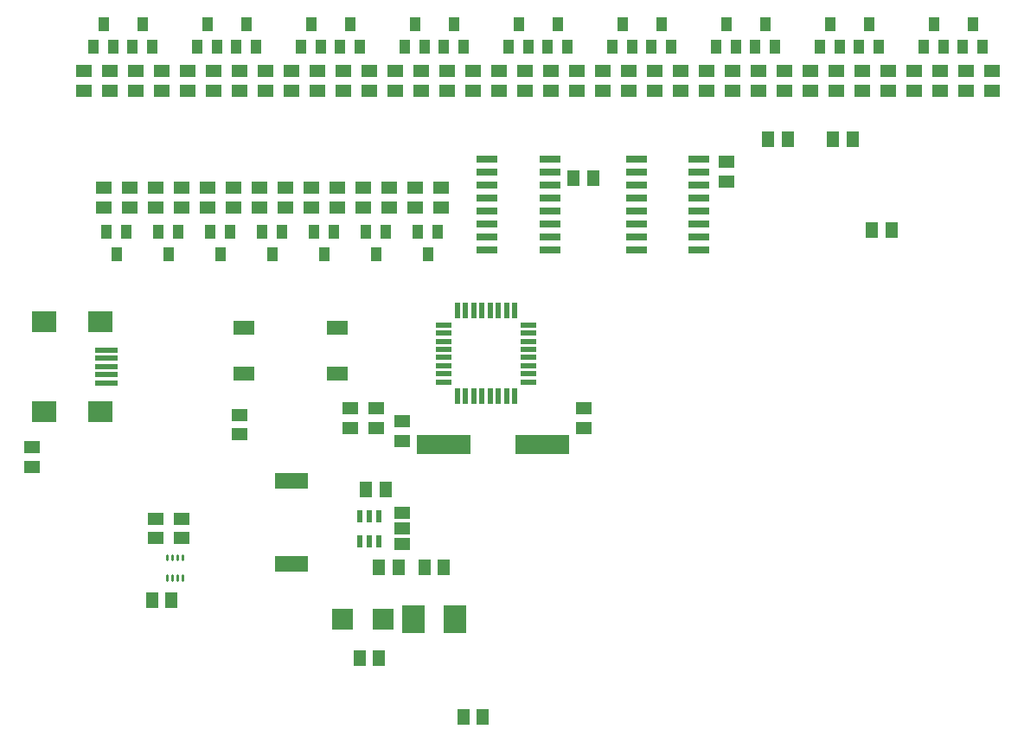
<source format=gtp>
G04 EAGLE Gerber RS-274X export*
G75*
%MOMM*%
%FSLAX34Y34*%
%LPD*%
%INSolderpaste Top*%
%IPPOS*%
%AMOC8*
5,1,8,0,0,1.08239X$1,22.5*%
G01*
%ADD10R,1.300000X1.500000*%
%ADD11R,1.500000X1.300000*%
%ADD12R,2.400000X2.000000*%
%ADD13R,2.308000X0.500000*%
%ADD14R,2.032000X0.660400*%
%ADD15R,5.334000X1.930400*%
%ADD16R,0.547100X1.599800*%
%ADD17R,1.599800X0.547100*%
%ADD18R,0.609200X1.259300*%
%ADD19R,1.000000X1.400000*%
%ADD20R,2.108200X1.397000*%
%ADD21R,2.000000X2.000000*%
%ADD22R,1.600200X1.168400*%
%ADD23R,2.286000X2.794000*%
%ADD24C,0.270000*%
%ADD25R,3.200000X1.600000*%


D10*
X542950Y571500D03*
X561950Y571500D03*
D11*
X692150Y587350D03*
X692150Y568350D03*
D12*
X79450Y431350D03*
D13*
X85090Y403350D03*
X85090Y395350D03*
X85090Y387350D03*
X85090Y379350D03*
X85090Y371350D03*
D12*
X24450Y431350D03*
X79450Y343350D03*
X24450Y343350D03*
D14*
X458216Y590550D03*
X519684Y590550D03*
X458216Y577850D03*
X458216Y565150D03*
X519684Y577850D03*
X519684Y565150D03*
X458216Y552450D03*
X519684Y552450D03*
X458216Y539750D03*
X519684Y539750D03*
X458216Y527050D03*
X458216Y514350D03*
X519684Y527050D03*
X519684Y514350D03*
X458216Y501650D03*
X519684Y501650D03*
X604266Y590550D03*
X665734Y590550D03*
X604266Y577850D03*
X604266Y565150D03*
X665734Y577850D03*
X665734Y565150D03*
X604266Y552450D03*
X665734Y552450D03*
X604266Y539750D03*
X665734Y539750D03*
X604266Y527050D03*
X604266Y514350D03*
X665734Y527050D03*
X665734Y514350D03*
X604266Y501650D03*
X665734Y501650D03*
D15*
X415290Y311150D03*
X511810Y311150D03*
D11*
X374650Y333350D03*
X374650Y314350D03*
X552450Y346050D03*
X552450Y327050D03*
D16*
X429200Y358237D03*
X437200Y358237D03*
X445200Y358237D03*
X453200Y358237D03*
X461200Y358237D03*
X469200Y358237D03*
X477200Y358237D03*
X485200Y358237D03*
D17*
X499013Y372050D03*
X499013Y380050D03*
X499013Y388050D03*
X499013Y396050D03*
X499013Y404050D03*
X499013Y412050D03*
X499013Y420050D03*
X499013Y428050D03*
D16*
X485200Y441863D03*
X477200Y441863D03*
X469200Y441863D03*
X461200Y441863D03*
X453200Y441863D03*
X445200Y441863D03*
X437200Y441863D03*
X429200Y441863D03*
D17*
X415387Y428050D03*
X415387Y420050D03*
X415387Y412050D03*
X415387Y404050D03*
X415387Y396050D03*
X415387Y388050D03*
X415387Y380050D03*
X415387Y372050D03*
D11*
X349250Y327050D03*
X349250Y346050D03*
X215900Y320700D03*
X215900Y339700D03*
X323850Y327050D03*
X323850Y346050D03*
D10*
X371450Y190500D03*
X352450Y190500D03*
X415900Y190500D03*
X396900Y190500D03*
X352400Y101600D03*
X333400Y101600D03*
X339750Y266700D03*
X358750Y266700D03*
D18*
X333400Y216320D03*
X342900Y216320D03*
X352400Y216320D03*
X352400Y240880D03*
X342900Y240880D03*
X333400Y240880D03*
D19*
X196850Y497000D03*
X187350Y519000D03*
X206350Y519000D03*
D11*
X209550Y561950D03*
X209550Y542950D03*
X184150Y561950D03*
X184150Y542950D03*
D19*
X146050Y497000D03*
X136550Y519000D03*
X155550Y519000D03*
D11*
X158750Y561950D03*
X158750Y542950D03*
X133350Y561950D03*
X133350Y542950D03*
D19*
X95250Y497000D03*
X85750Y519000D03*
X104750Y519000D03*
D11*
X107950Y561950D03*
X107950Y542950D03*
X82550Y561950D03*
X82550Y542950D03*
D19*
X400050Y497000D03*
X390550Y519000D03*
X409550Y519000D03*
D11*
X412750Y561950D03*
X412750Y542950D03*
X387350Y561950D03*
X387350Y542950D03*
D19*
X349250Y497000D03*
X339750Y519000D03*
X358750Y519000D03*
D11*
X361950Y561950D03*
X361950Y542950D03*
X336550Y561950D03*
X336550Y542950D03*
D19*
X247650Y497000D03*
X238150Y519000D03*
X257150Y519000D03*
D11*
X260350Y561950D03*
X260350Y542950D03*
X234950Y561950D03*
X234950Y542950D03*
D19*
X298450Y497000D03*
X288950Y519000D03*
X307950Y519000D03*
D11*
X311150Y561950D03*
X311150Y542950D03*
X285750Y561950D03*
X285750Y542950D03*
D19*
X82550Y722200D03*
X92050Y700200D03*
X73050Y700200D03*
D11*
X88900Y657250D03*
X88900Y676250D03*
X63500Y657250D03*
X63500Y676250D03*
D19*
X111150Y700200D03*
X130150Y700200D03*
X120650Y722200D03*
D11*
X139700Y657250D03*
X139700Y676250D03*
X114300Y657250D03*
X114300Y676250D03*
D19*
X184150Y722200D03*
X193650Y700200D03*
X174650Y700200D03*
D11*
X190500Y657250D03*
X190500Y676250D03*
X165100Y657250D03*
X165100Y676250D03*
D19*
X212750Y700200D03*
X231750Y700200D03*
X222250Y722200D03*
D11*
X241300Y657250D03*
X241300Y676250D03*
X215900Y657250D03*
X215900Y676250D03*
D19*
X285750Y722200D03*
X295250Y700200D03*
X276250Y700200D03*
D11*
X292100Y657250D03*
X292100Y676250D03*
X266700Y657250D03*
X266700Y676250D03*
D19*
X314350Y700200D03*
X333350Y700200D03*
X323850Y722200D03*
D11*
X342900Y657250D03*
X342900Y676250D03*
X317500Y657250D03*
X317500Y676250D03*
D19*
X387350Y722200D03*
X396850Y700200D03*
X377850Y700200D03*
D11*
X393700Y657250D03*
X393700Y676250D03*
X368300Y657250D03*
X368300Y676250D03*
D19*
X415950Y700200D03*
X434950Y700200D03*
X425450Y722200D03*
D11*
X444500Y657250D03*
X444500Y676250D03*
X419100Y657250D03*
X419100Y676250D03*
D19*
X488950Y722200D03*
X498450Y700200D03*
X479450Y700200D03*
D11*
X495300Y657250D03*
X495300Y676250D03*
X469900Y657250D03*
X469900Y676250D03*
D19*
X517550Y700200D03*
X536550Y700200D03*
X527050Y722200D03*
D11*
X546100Y657250D03*
X546100Y676250D03*
X520700Y657250D03*
X520700Y676250D03*
D19*
X590550Y722200D03*
X600050Y700200D03*
X581050Y700200D03*
D11*
X596900Y657250D03*
X596900Y676250D03*
X571500Y657250D03*
X571500Y676250D03*
D19*
X619150Y700200D03*
X638150Y700200D03*
X628650Y722200D03*
D11*
X647700Y657250D03*
X647700Y676250D03*
X622300Y657250D03*
X622300Y676250D03*
D19*
X692150Y722200D03*
X701650Y700200D03*
X682650Y700200D03*
D11*
X698500Y657250D03*
X698500Y676250D03*
X673100Y657250D03*
X673100Y676250D03*
D19*
X720750Y700200D03*
X739750Y700200D03*
X730250Y722200D03*
D11*
X749300Y657250D03*
X749300Y676250D03*
X723900Y657250D03*
X723900Y676250D03*
D19*
X793750Y722200D03*
X803250Y700200D03*
X784250Y700200D03*
D11*
X800100Y657250D03*
X800100Y676250D03*
X774700Y657250D03*
X774700Y676250D03*
D19*
X822350Y700200D03*
X841350Y700200D03*
X831850Y722200D03*
D11*
X850900Y657250D03*
X850900Y676250D03*
X825500Y657250D03*
X825500Y676250D03*
D19*
X895350Y722200D03*
X904850Y700200D03*
X885850Y700200D03*
D11*
X901700Y657250D03*
X901700Y676250D03*
X876300Y657250D03*
X876300Y676250D03*
D19*
X923950Y700200D03*
X942950Y700200D03*
X933450Y722200D03*
D11*
X952500Y657250D03*
X952500Y676250D03*
X927100Y657250D03*
X927100Y676250D03*
D20*
X311150Y425450D03*
X219964Y425450D03*
X311150Y380492D03*
X219964Y380492D03*
D10*
X130200Y158750D03*
X149200Y158750D03*
D11*
X12700Y288950D03*
X12700Y307950D03*
D10*
X435000Y44450D03*
X454000Y44450D03*
X835050Y520700D03*
X854050Y520700D03*
X796950Y609600D03*
X815950Y609600D03*
X733450Y609600D03*
X752450Y609600D03*
D21*
X356550Y139700D03*
X316550Y139700D03*
D22*
X374650Y213360D03*
X374650Y228600D03*
X374650Y243840D03*
D23*
X385940Y139700D03*
X426860Y139700D03*
D11*
X133350Y219100D03*
X133350Y238100D03*
X158750Y219100D03*
X158750Y238100D03*
D24*
X144900Y182885D02*
X144900Y178291D01*
X149900Y178291D02*
X149900Y182885D01*
X154900Y182885D02*
X154900Y178291D01*
X159900Y178291D02*
X159900Y182885D01*
X159900Y198115D02*
X159900Y202709D01*
X154900Y202709D02*
X154900Y198115D01*
X149900Y198115D02*
X149900Y202709D01*
X144900Y202709D02*
X144900Y198115D01*
D25*
X266700Y275450D03*
X266700Y194450D03*
M02*

</source>
